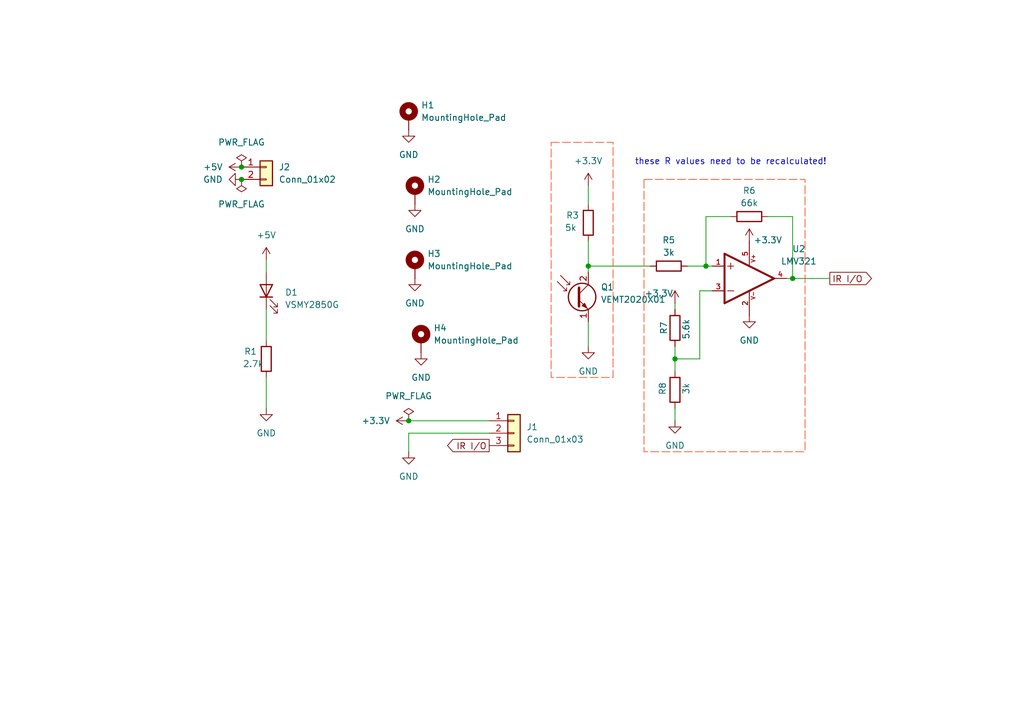
<source format=kicad_sch>
(kicad_sch (version 20250114) (generator "eeschema") (generator_version "9.0")
  (paper "A5")
  (lib_symbols
    (symbol "Connector_Generic:Conn_01x02" (pin_names (offset 1.016) (hide yes))
      (property "Reference" "J" (at 0 2.54 0))
      (property "Value" "Conn_01x02" (at 0 -5.08 0))
      (symbol "Conn_01x02_1_1"
        (rectangle (start -1.27 1.27) (end 1.27 -3.81) (stroke (width 0.254)) (fill (type background)))
        (rectangle (start -1.27 0.127) (end 0 -0.127) (stroke (width 0.1524)))
        (rectangle (start -1.27 -2.413) (end 0 -2.667) (stroke (width 0.1524)))
        (pin passive line (at -5.08 0 0) (length 3.81) (name "Pin_1") (number "1"))
        (pin passive line (at -5.08 -2.54 0) (length 3.81) (name "Pin_2") (number "2"))
      )
    )
    (symbol "Connector_Generic:Conn_01x03" (pin_names (offset 1.016) (hide yes))
      (property "Reference" "J" (at 0 5.08 0))
      (property "Value" "Conn_01x03" (at 0 -5.08 0))
      (symbol "Conn_01x03_1_1"
        (rectangle (start -1.27 3.81) (end 1.27 -3.81) (stroke (width 0.254)) (fill (type background)))
        (rectangle (start -1.27 2.667) (end 0 2.413) (stroke (width 0.1524)))
        (rectangle (start -1.27 0.127) (end 0 -0.127) (stroke (width 0.1524)))
        (rectangle (start -1.27 -2.413) (end 0 -2.667) (stroke (width 0.1524)))
        (pin passive line (at -5.08 2.54 0) (length 3.81) (name "Pin_1") (number "1"))
        (pin passive line (at -5.08 0 0) (length 3.81) (name "Pin_2") (number "2"))
        (pin passive line (at -5.08 -2.54 0) (length 3.81) (name "Pin_3") (number "3"))
      )
    )
    (symbol "Device:Q_Photo_NPN_EC" (pin_names (offset 0) (hide yes))
      (property "Reference" "Q" (at 5.08 1.27 0))
      (property "Value" "Q_Photo_NPN_EC" (at 5.08 -1.27 0))
      (symbol "Q_Photo_NPN_EC_0_1"
        (polyline (pts (xy -3.81 3.175) (xy -1.905 1.27) (xy -1.905 1.905)))
        (polyline (pts (xy -3.175 4.445) (xy -1.27 2.54) (xy -1.27 3.175)))
        (polyline (pts (xy -1.905 1.27) (xy -2.54 1.27)))
        (polyline (pts (xy -1.27 2.54) (xy -1.905 2.54)))
        (polyline (pts (xy 0.635 1.905) (xy 0.635 -1.905) (xy 0.635 -1.905)) (stroke (width 0.508)))
        (polyline (pts (xy 0.635 0.635) (xy 2.54 2.54)))
        (polyline (pts (xy 0.635 -0.635) (xy 2.54 -2.54) (xy 2.54 -2.54)))
        (circle (center 1.27 0) (radius 2.8194) (stroke (width 0.254)))
        (polyline (pts (xy 1.27 -1.778) (xy 1.778 -1.27) (xy 2.286 -2.286) (xy 1.27 -1.778) (xy 1.27 -1.778)) (fill (type outline)))
      )
      (symbol "Q_Photo_NPN_EC_1_1"
        (pin passive line (at 2.54 5.08 270) (length 2.54) (name "C") (number "2"))
        (pin passive line (at 2.54 -5.08 90) (length 2.54) (name "E") (number "1"))
      )
    )
    (symbol "Device:R" (pin_numbers (hide yes)) (pin_names (offset 0))
      (property "Reference" "R" (at 2.032 0 90))
      (property "Value" "R" (at 0 0 90))
      (symbol "R_0_1"
        (rectangle (start -1.016 -2.54) (end 1.016 2.54) (stroke (width 0.254)))
      )
      (symbol "R_1_1"
        (pin passive line (at 0 3.81 270) (length 1.27) (name "~") (number "1"))
        (pin passive line (at 0 -3.81 90) (length 1.27) (name "~") (number "2"))
      )
    )
    (symbol "LED:IR26-21C_L110_TR8" (pin_numbers (hide yes)) (pin_names (offset 1.016) (hide yes))
      (property "Reference" "D" (at 0 2.54 0))
      (property "Value" "IR26-21C_L110_TR8" (at 0 -3.81 0))
      (symbol "IR26-21C_L110_TR8_0_1"
        (polyline (pts (xy -3.048 -0.762) (xy -4.572 -2.286) (xy -3.81 -2.286) (xy -4.572 -2.286) (xy -4.572 -1.524)))
        (polyline (pts (xy -1.778 -0.762) (xy -3.302 -2.286) (xy -2.54 -2.286) (xy -3.302 -2.286) (xy -3.302 -1.524)))
        (polyline (pts (xy -1.27 0) (xy 1.27 0)))
        (polyline (pts (xy -1.27 -1.27) (xy -1.27 1.27)) (stroke (width 0.254)))
        (polyline (pts (xy 1.27 -1.27) (xy 1.27 1.27) (xy -1.27 0) (xy 1.27 -1.27)) (stroke (width 0.254)))
      )
      (symbol "IR26-21C_L110_TR8_1_1"
        (pin passive line (at -3.81 0 0) (length 2.54) (name "K") (number "1"))
        (pin passive line (at 3.81 0 180) (length 2.54) (name "A") (number "2"))
      )
    )
    (symbol "LMV321:LMV321?_" (pin_names (offset 1.016))
      (property "Reference" "IC" (at 2.545 3.1813 0))
      (property "Value" "LMV321?_" (at 2.5441 -5.0881 0))
      (symbol "LMV321?__0_0"
        (polyline (pts (xy -5.08 5.08) (xy -5.08 -5.08)) (stroke (width 0.4064)))
        (polyline (pts (xy -5.08 -5.08) (xy 5.08 0)) (stroke (width 0.4064)))
        (polyline (pts (xy -4.445 2.54) (xy -3.175 2.54)) (stroke (width 0.1524)))
        (polyline (pts (xy -4.445 -2.54) (xy -3.175 -2.54)) (stroke (width 0.1524)))
        (polyline (pts (xy -3.81 3.175) (xy -3.81 1.905)) (stroke (width 0.1524)))
        (polyline (pts (xy 5.08 0) (xy -5.08 5.08)) (stroke (width 0.4064)))
        (text "V-" (at 1.2701 -4.4452 900) (effects (font (size 0.8128 0.8128)) (justify left bottom)))
        (text "V+" (at 1.2713 3.1783 900) (effects (font (size 0.8137 0.8137)) (justify left bottom)))
        (pin input line (at -7.62 2.54 0) (length 2.54) (name "~") (number "1"))
        (pin input line (at -7.62 -2.54 0) (length 2.54) (name "~") (number "3"))
        (pin power_in line (at 0 7.62 270) (length 5.08) (name "~") (number "5"))
        (pin power_in line (at 0 -7.62 90) (length 5.08) (name "~") (number "2"))
        (pin output line (at 7.62 0 180) (length 2.54) (name "~") (number "4"))
      )
    )
    (symbol "Mechanical:MountingHole_Pad" (pin_numbers (hide yes)) (pin_names (offset 1.016) (hide yes)) (in_bom no)
      (property "Reference" "H" (at 0 6.35 0))
      (property "Value" "MountingHole_Pad" (at 0 4.445 0))
      (symbol "MountingHole_Pad_0_1"
        (circle (center 0 1.27) (radius 1.27) (stroke (width 1.27)))
      )
      (symbol "MountingHole_Pad_1_1"
        (pin input line (at 0 -2.54 90) (length 2.54) (name "1") (number "1"))
      )
    )
    (symbol "power:+3.3V" (power) (pin_numbers (hide yes)) (pin_names (offset 0) (hide yes))
      (property "Value" "+3.3V" (at 0 3.556 0))
      (symbol "+3.3V_0_1"
        (polyline (pts (xy -0.762 1.27) (xy 0 2.54)))
        (polyline (pts (xy 0 2.54) (xy 0.762 1.27)))
        (polyline (pts (xy 0 0) (xy 0 2.54)))
      )
      (symbol "+3.3V_1_1"
        (pin power_in line (at 0 0 90) (length 0) (name "~") (number "1"))
      )
    )
    (symbol "power:+5V" (power) (pin_numbers (hide yes)) (pin_names (offset 0) (hide yes))
      (property "Value" "+5V" (at 0 3.556 0))
      (symbol "+5V_0_1"
        (polyline (pts (xy -0.762 1.27) (xy 0 2.54)))
        (polyline (pts (xy 0 2.54) (xy 0.762 1.27)))
        (polyline (pts (xy 0 0) (xy 0 2.54)))
      )
      (symbol "+5V_1_1"
        (pin power_in line (at 0 0 90) (length 0) (name "~") (number "1"))
      )
    )
    (symbol "power:GND" (power) (pin_numbers (hide yes)) (pin_names (offset 0) (hide yes))
      (property "Value" "GND" (at 0 -3.81 0))
      (symbol "GND_0_1"
        (polyline (pts (xy 0 0) (xy 0 -1.27) (xy 1.27 -1.27) (xy 0 -2.54) (xy -1.27 -1.27) (xy 0 -1.27)))
      )
      (symbol "GND_1_1"
        (pin power_in line (at 0 0 270) (length 0) (name "~") (number "1"))
      )
    )
    (symbol "power:PWR_FLAG" (power) (pin_numbers (hide yes)) (pin_names (offset 0) (hide yes))
      (property "Value" "PWR_FLAG" (at 0 3.81 0))
      (symbol "PWR_FLAG_0_0"
        (pin power_out line (at 0 0 90) (length 0) (name "~") (number "1"))
      )
      (symbol "PWR_FLAG_0_1"
        (polyline (pts (xy 0 0) (xy 0 1.27) (xy -1.016 1.905) (xy 0 2.54) (xy 1.016 1.905) (xy 0 1.27)))
      )
    )
  )
  (rectangle (start 113.03 29.21) (end 125.73 77.47) (stroke (width 0) (type dash) (color 255 76 39 1)))
  (rectangle (start 132.08 36.83) (end 165.1 92.71) (stroke (width 0) (type dash) (color 255 76 39 1)))
  (text "these R values need to be recalculated!" (at 149.86 33.274 0) (effects (font (size 1.27 1.27))))
  (junction (at 162.56 57.15))
  (junction (at 49.53 34.29))
  (junction (at 120.65 54.61))
  (junction (at 144.78 54.61))
  (junction (at 138.43 73.66))
  (junction (at 83.82 86.36))
  (junction (at 49.53 36.83))
  (wire (pts (xy 83.82 88.9) (xy 83.82 92.71)))
  (wire (pts (xy 138.43 83.82) (xy 138.43 86.36)))
  (wire (pts (xy 120.65 38.1) (xy 120.65 41.91)))
  (wire (pts (xy 138.43 71.12) (xy 138.43 73.66)))
  (wire (pts (xy 161.29 57.15) (xy 162.56 57.15)))
  (wire (pts (xy 138.43 73.66) (xy 138.43 76.2)))
  (wire (pts (xy 157.48 44.45) (xy 162.56 44.45)))
  (wire (pts (xy 120.65 66.04) (xy 120.65 71.12)))
  (wire (pts (xy 138.43 62.23) (xy 138.43 63.5)))
  (wire (pts (xy 162.56 44.45) (xy 162.56 57.15)))
  (wire (pts (xy 120.65 54.61) (xy 133.35 54.61)))
  (wire (pts (xy 120.65 49.53) (xy 120.65 54.61)))
  (wire (pts (xy 120.65 54.61) (xy 120.65 55.88)))
  (wire (pts (xy 83.82 86.36) (xy 100.33 86.36)))
  (wire (pts (xy 146.05 59.69) (xy 143.51 59.69)))
  (wire (pts (xy 144.78 44.45) (xy 144.78 54.61)))
  (wire (pts (xy 54.61 53.34) (xy 54.61 55.88)))
  (wire (pts (xy 162.56 57.15) (xy 170.18 57.15)))
  (wire (pts (xy 149.86 44.45) (xy 144.78 44.45)))
  (wire (pts (xy 54.61 63.5) (xy 54.61 69.85)))
  (wire (pts (xy 140.97 54.61) (xy 144.78 54.61)))
  (wire (pts (xy 54.61 77.47) (xy 54.61 83.82)))
  (wire (pts (xy 138.43 73.66) (xy 143.51 73.66)))
  (wire (pts (xy 100.33 88.9) (xy 83.82 88.9)))
  (wire (pts (xy 143.51 59.69) (xy 143.51 73.66)))
  (wire (pts (xy 144.78 54.61) (xy 146.05 54.61)))
  (global_label "IR I{slash}O" (shape output) (at 170.18 57.15 0) (property "Intersheetrefs" "${INTERSHEET_REFS}" (effects (hide yes))))
  (global_label "IR I{slash}O" (shape output) (at 100.33 91.44 180) (property "Intersheetrefs" "${INTERSHEET_REFS}" (effects (hide yes))))
  (symbol (lib_id "LMV321:LMV321?_") (at 153.67 57.15 0) (unit 1)
    (property "Reference" "U2" (at 163.83 51.0792 0))
    (property "Value" "LMV321" (at 163.83 53.6192 0))
    (property "Footprint" "Package_TO_SOT_SMD:SOT-23-5" (effects (hide yes)))
    (property "Datasheet" "http://www.ti.com/lit/ds/symlink/lmv324.pdf" (effects (hide yes)))
    (property "Description" "Low-Voltage Rail-to-Rail Output Operational Amplifiers, SOT-23-5/SC-70-5" (effects (hide yes)))
    (property "MF" "STMicroelectronics" (effects (hide yes)))
    (property "Description_1" "General Purpose Amplifier 1 Circuit Rail-to-Rail SOT-23-5" (effects (hide yes)))
    (property "Package" "SOT-23-5 STMicroelectronics" (effects (hide yes)))
    (property "Price" "None" (effects (hide yes)))
    (property "SnapEDA_Link" "https://www.snapeda.com/parts/LMV321/STMicroelectronics/view-part/?ref=snap" (effects (hide yes)))
    (property "MP" "LMV321" (effects (hide yes)))
    (property "Availability" "Not in stock" (effects (hide yes)))
    (property "Check_prices" "https://www.snapeda.com/parts/LMV321/STMicroelectronics/view-part/?ref=eda" (effects (hide yes)))
  )
  (symbol (lib_id "Connector_Generic:Conn_01x02") (at 54.61 34.29 0) (unit 1)
    (property "Reference" "J2" (at 57.15 34.2899 0) (effects (justify left)))
    (property "Value" "Conn_01x02" (at 57.15 36.8299 0) (effects (justify left)))
    (property "Footprint" "IR_Sense:Tx_Power_Pads" (effects (hide yes)))
    (property "Description" "Generic connector, single row, 01x02, script generated (kicad-library-utils/schlib/autogen/connector/)" (effects (hide yes)))
  )
  (symbol (lib_id "Connector_Generic:Conn_01x03") (at 105.41 88.9 0) (unit 1)
    (property "Reference" "J1" (at 107.95 87.6299 0) (effects (justify left)))
    (property "Value" "Conn_01x03" (at 107.95 90.1699 0) (effects (justify left)))
    (property "Footprint" "IR_Sense:J1-SMD_PADS_ONLY" (effects (hide yes)))
    (property "Description" "Generic connector, single row, 01x03, script generated (kicad-library-utils/schlib/autogen/connector/)" (effects (hide yes)))
  )
  (symbol (lib_id "power:PWR_FLAG") (at 83.82 86.36 0) (unit 1)
    (property "Reference" "#FLG03" (effects (hide yes)))
    (property "Value" "PWR_FLAG" (at 83.82 81.28 0))
    (property "Description" "Special symbol for telling ERC where power comes from" (effects (hide yes)))
  )
  (symbol (lib_id "power:GND") (at 49.53 36.83 270) (unit 1)
    (property "Reference" "#PWR011" (effects (hide yes)))
    (property "Value" "GND" (at 45.72 36.8299 90) (effects (justify right)))
    (property "Description" "Power symbol creates a global label with name \"GND\" , ground" (effects (hide yes)))
  )
  (symbol (lib_id "power:GND") (at 83.82 26.67 0) (unit 1)
    (property "Reference" "#PWR04" (effects (hide yes)))
    (property "Value" "GND" (at 83.82 31.75 0))
    (property "Description" "Power symbol creates a global label with name \"GND\" , ground" (effects (hide yes)))
  )
  (symbol (lib_id "power:GND") (at 86.36 72.39 0) (unit 1)
    (property "Reference" "#PWR013" (effects (hide yes)))
    (property "Value" "GND" (at 86.36 77.47 0))
    (property "Description" "Power symbol creates a global label with name \"GND\" , ground" (effects (hide yes)))
  )
  (symbol (lib_id "Device:R") (at 54.61 73.66 0) (unit 1)
    (property "Reference" "R1" (at 50.038 72.136 0) (effects (justify left)))
    (property "Value" "2.7k" (at 49.784 74.676 0) (effects (justify left)))
    (property "Footprint" "Resistor_SMD:R_0603_1608Metric_Pad0.98x0.95mm_HandSolder" (effects (hide yes)))
    (property "Description" "Resistor" (effects (hide yes)))
  )
  (symbol (lib_id "Mechanical:MountingHole_Pad") (at 85.09 39.37 0) (unit 1) (in_bom no)
    (property "Reference" "H2" (at 87.63 36.8299 0) (effects (justify left)))
    (property "Value" "MountingHole_Pad" (at 87.63 39.3699 0) (effects (justify left)))
    (property "Footprint" "MountingHole:MountingHole_2.2mm_M2_DIN965_Pad" (effects (hide yes)))
    (property "Description" "Mounting Hole with connection" (effects (hide yes)))
  )
  (symbol (lib_id "power:+5V") (at 83.82 86.36 90) (unit 1)
    (property "Reference" "#PWR07" (effects (hide yes)))
    (property "Value" "+3.3V" (at 80.01 86.3599 90) (effects (justify left)))
    (property "Description" "Power symbol creates a global label with name \"+5V\"" (effects (hide yes)))
  )
  (symbol (lib_id "Mechanical:MountingHole_Pad") (at 83.82 24.13 0) (unit 1) (in_bom no)
    (property "Reference" "H1" (at 86.36 21.5899 0) (effects (justify left)))
    (property "Value" "MountingHole_Pad" (at 86.36 24.1299 0) (effects (justify left)))
    (property "Footprint" "MountingHole:MountingHole_2.2mm_M2_DIN965_Pad" (effects (hide yes)))
    (property "Description" "Mounting Hole with connection" (effects (hide yes)))
  )
  (symbol (lib_id "Device:R") (at 137.16 54.61 90) (unit 1)
    (property "Reference" "R5" (at 137.16 49.276 90))
    (property "Value" "3k" (at 137.16 51.816 90))
    (property "Footprint" "Resistor_SMD:R_0603_1608Metric_Pad0.98x0.95mm_HandSolder" (effects (hide yes)))
    (property "Description" "Resistor" (effects (hide yes)))
  )
  (symbol (lib_id "power:GND") (at 54.61 83.82 0) (unit 1)
    (property "Reference" "#PWR01" (effects (hide yes)))
    (property "Value" "GND" (at 54.61 88.9 0))
    (property "Description" "Power symbol creates a global label with name \"GND\" , ground" (effects (hide yes)))
  )
  (symbol (lib_id "power:GND") (at 83.82 92.71 0) (unit 1)
    (property "Reference" "#PWR06" (effects (hide yes)))
    (property "Value" "GND" (at 83.82 97.79 0))
    (property "Description" "Power symbol creates a global label with name \"GND\" , ground" (effects (hide yes)))
  )
  (symbol (lib_id "Mechanical:MountingHole_Pad") (at 85.09 54.61 0) (unit 1) (in_bom no)
    (property "Reference" "H3" (at 87.63 52.0699 0) (effects (justify left)))
    (property "Value" "MountingHole_Pad" (at 87.63 54.6099 0) (effects (justify left)))
    (property "Footprint" "MountingHole:MountingHole_2.2mm_M2_DIN965_Pad" (effects (hide yes)))
    (property "Description" "Mounting Hole with connection" (effects (hide yes)))
  )
  (symbol (lib_id "power:GND") (at 138.43 86.36 0) (unit 1)
    (property "Reference" "#PWR014" (effects (hide yes)))
    (property "Value" "GND" (at 138.43 91.44 0))
    (property "Description" "Power symbol creates a global label with name \"GND\" , ground" (effects (hide yes)))
  )
  (symbol (lib_id "Device:Q_Photo_NPN_EC") (at 118.11 60.96 0) (unit 1)
    (property "Reference" "Q1" (at 123.19 58.9406 0) (effects (justify left)))
    (property "Value" "VEMT2020X01" (at 123.19 61.4806 0) (effects (justify left)))
    (property "Footprint" "IR_Sense:VSMY2850G_VEMT2020X01" (effects (hide yes)))
    (property "Description" "NPN phototransistor, emitter/collector" (effects (hide yes)))
  )
  (symbol (lib_id "power:PWR_FLAG") (at 49.53 36.83 180) (unit 1)
    (property "Reference" "#FLG05" (effects (hide yes)))
    (property "Value" "PWR_FLAG" (at 49.53 41.91 0))
    (property "Description" "Special symbol for telling ERC where power comes from" (effects (hide yes)))
  )
  (symbol (lib_id "LED:IR26-21C_L110_TR8") (at 54.61 59.69 90) (unit 1)
    (property "Reference" "D1" (at 58.42 60.0074 90) (effects (justify right)))
    (property "Value" "VSMY2850G" (at 58.42 62.5474 90) (effects (justify right)))
    (property "Footprint" "IR_Sense:VSMY2850G_VEMT2020X01" (effects (hide yes)))
    (property "Datasheet" "http://www.everlight.com/file/ProductFile/IR26-21C-L110-TR8.pdf" (effects (hide yes)))
    (property "Description" "940nm, 20 deg, Infrared LED, 1206" (effects (hide yes)))
  )
  (symbol (lib_id "power:GND") (at 120.65 71.12 0) (unit 1)
    (property "Reference" "#PWR016" (effects (hide yes)))
    (property "Value" "GND" (at 120.65 76.2 0))
    (property "Description" "Power symbol creates a global label with name \"GND\" , ground" (effects (hide yes)))
  )
  (symbol (lib_id "power:GND") (at 153.67 64.77 0) (unit 1)
    (property "Reference" "#PWR015" (effects (hide yes)))
    (property "Value" "GND" (at 153.67 69.85 0))
    (property "Description" "Power symbol creates a global label with name \"GND\" , ground" (effects (hide yes)))
  )
  (symbol (lib_id "power:+5V") (at 120.65 38.1 0) (unit 1)
    (property "Reference" "#PWR03" (effects (hide yes)))
    (property "Value" "+3.3V" (at 120.65 33.02 0))
    (property "Description" "Power symbol creates a global label with name \"+5V\"" (effects (hide yes)))
  )
  (symbol (lib_id "power:PWR_FLAG") (at 49.53 34.29 0) (unit 1)
    (property "Reference" "#FLG04" (effects (hide yes)))
    (property "Value" "PWR_FLAG" (at 49.53 29.21 0))
    (property "Description" "Special symbol for telling ERC where power comes from" (effects (hide yes)))
  )
  (symbol (lib_id "Device:R") (at 138.43 67.31 180) (unit 1)
    (property "Reference" "R7" (at 136.144 67.31 90))
    (property "Value" "5.6k" (at 140.716 67.564 90))
    (property "Footprint" "Resistor_SMD:R_0603_1608Metric_Pad0.98x0.95mm_HandSolder" (effects (hide yes)))
    (property "Description" "Resistor" (effects (hide yes)))
  )
  (symbol (lib_id "power:+5V") (at 54.61 53.34 0) (unit 1)
    (property "Reference" "#PWR02" (effects (hide yes)))
    (property "Value" "+5V" (at 54.61 48.26 0))
    (property "Description" "Power symbol creates a global label with name \"+5V\"" (effects (hide yes)))
  )
  (symbol (lib_id "Mechanical:MountingHole_Pad") (at 86.36 69.85 0) (unit 1) (in_bom no)
    (property "Reference" "H4" (at 88.9 67.3099 0) (effects (justify left)))
    (property "Value" "MountingHole_Pad" (at 88.9 69.8499 0) (effects (justify left)))
    (property "Footprint" "MountingHole:MountingHole_2.2mm_M2_DIN965_Pad" (effects (hide yes)))
    (property "Description" "Mounting Hole with connection" (effects (hide yes)))
  )
  (symbol (lib_id "power:+5V") (at 153.67 49.53 0) (unit 1)
    (property "Reference" "#PWR05" (effects (hide yes)))
    (property "Value" "+3.3V" (at 157.48 49.276 0))
    (property "Description" "Power symbol creates a global label with name \"+5V\"" (effects (hide yes)))
  )
  (symbol (lib_id "Device:R") (at 120.65 45.72 0) (unit 1)
    (property "Reference" "R3" (at 116.078 44.196 0) (effects (justify left)))
    (property "Value" "5k" (at 115.824 46.736 0) (effects (justify left)))
    (property "Footprint" "Resistor_SMD:R_0603_1608Metric_Pad0.98x0.95mm_HandSolder" (effects (hide yes)))
    (property "Description" "Resistor" (effects (hide yes)))
  )
  (symbol (lib_id "power:GND") (at 85.09 41.91 0) (unit 1)
    (property "Reference" "#PWR09" (effects (hide yes)))
    (property "Value" "GND" (at 85.09 46.99 0))
    (property "Description" "Power symbol creates a global label with name \"GND\" , ground" (effects (hide yes)))
  )
  (symbol (lib_id "power:+5V") (at 49.53 34.29 90) (unit 1)
    (property "Reference" "#PWR010" (effects (hide yes)))
    (property "Value" "+5V" (at 45.72 34.2899 90) (effects (justify left)))
    (property "Description" "Power symbol creates a global label with name \"+5V\"" (effects (hide yes)))
  )
  (symbol (lib_id "power:+3.3V") (at 138.43 62.23 0) (unit 1)
    (property "Reference" "#PWR08" (effects (hide yes)))
    (property "Value" "+3.3V" (at 135.128 60.198 0))
    (property "Description" "Power symbol creates a global label with name \"+3.3V\"" (effects (hide yes)))
  )
  (symbol (lib_id "Device:R") (at 153.67 44.45 90) (unit 1)
    (property "Reference" "R6" (at 153.67 39.116 90))
    (property "Value" "66k" (at 153.67 41.656 90))
    (property "Footprint" "Resistor_SMD:R_0603_1608Metric_Pad0.98x0.95mm_HandSolder" (effects (hide yes)))
    (property "Description" "Resistor" (effects (hide yes)))
  )
  (symbol (lib_id "power:GND") (at 85.09 57.15 0) (unit 1)
    (property "Reference" "#PWR012" (effects (hide yes)))
    (property "Value" "GND" (at 85.09 62.23 0))
    (property "Description" "Power symbol creates a global label with name \"GND\" , ground" (effects (hide yes)))
  )
  (symbol (lib_id "Device:R") (at 138.43 80.01 180) (unit 1)
    (property "Reference" "R8" (at 135.89 79.756 90))
    (property "Value" "3k" (at 140.716 79.756 90))
    (property "Footprint" "Resistor_SMD:R_0603_1608Metric_Pad0.98x0.95mm_HandSolder" (effects (hide yes)))
    (property "Description" "Resistor" (effects (hide yes)))
  )
)
</source>
